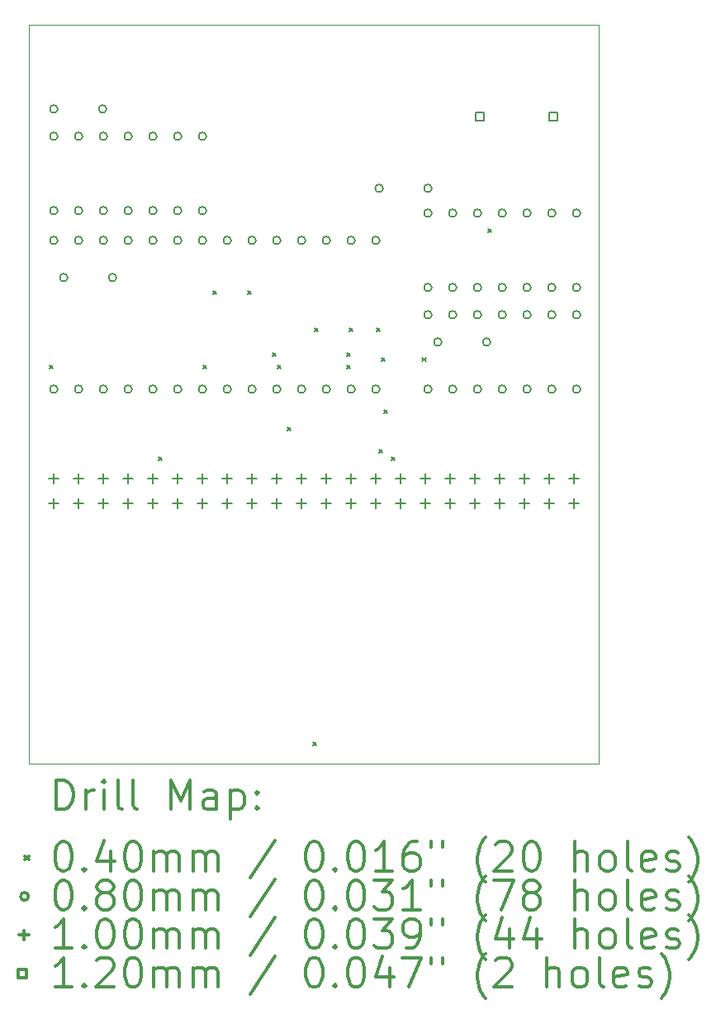
<source format=gbr>
%FSLAX45Y45*%
G04 Gerber Fmt 4.5, Leading zero omitted, Abs format (unit mm)*
G04 Created by KiCad (PCBNEW (5.1.5-0)) date 2022-08-30 11:14:49*
%MOMM*%
%LPD*%
G04 APERTURE LIST*
%TA.AperFunction,Profile*%
%ADD10C,0.100000*%
%TD*%
%ADD11C,0.200000*%
%ADD12C,0.300000*%
G04 APERTURE END LIST*
D10*
X18846800Y-4216400D02*
X18846800Y-11785600D01*
X13004800Y-4216400D02*
X18846800Y-4216400D01*
X13004800Y-11785600D02*
X13004800Y-4216400D01*
X18846800Y-11785600D02*
X13004800Y-11785600D01*
D11*
X13213400Y-7701600D02*
X13253400Y-7741600D01*
X13253400Y-7701600D02*
X13213400Y-7741600D01*
X14331000Y-8641400D02*
X14371000Y-8681400D01*
X14371000Y-8641400D02*
X14331000Y-8681400D01*
X14788200Y-7701600D02*
X14828200Y-7741600D01*
X14828200Y-7701600D02*
X14788200Y-7741600D01*
X14889800Y-6939600D02*
X14929800Y-6979600D01*
X14929800Y-6939600D02*
X14889800Y-6979600D01*
X15245400Y-6939600D02*
X15285400Y-6979600D01*
X15285400Y-6939600D02*
X15245400Y-6979600D01*
X15499400Y-7574600D02*
X15539400Y-7614600D01*
X15539400Y-7574600D02*
X15499400Y-7614600D01*
X15550200Y-7701600D02*
X15590200Y-7741600D01*
X15590200Y-7701600D02*
X15550200Y-7741600D01*
X15651800Y-8336600D02*
X15691800Y-8376600D01*
X15691800Y-8336600D02*
X15651800Y-8376600D01*
X15913110Y-11562400D02*
X15953110Y-11602400D01*
X15953110Y-11562400D02*
X15913110Y-11602400D01*
X15931200Y-7320600D02*
X15971200Y-7360600D01*
X15971200Y-7320600D02*
X15931200Y-7360600D01*
X16261400Y-7574600D02*
X16301400Y-7614600D01*
X16301400Y-7574600D02*
X16261400Y-7614600D01*
X16261400Y-7701600D02*
X16301400Y-7741600D01*
X16301400Y-7701600D02*
X16261400Y-7741600D01*
X16286800Y-7320600D02*
X16326800Y-7360600D01*
X16326800Y-7320600D02*
X16286800Y-7360600D01*
X16566200Y-7320600D02*
X16606200Y-7360600D01*
X16606200Y-7320600D02*
X16566200Y-7360600D01*
X16591600Y-8565200D02*
X16631600Y-8605200D01*
X16631600Y-8565200D02*
X16591600Y-8605200D01*
X16617000Y-7625400D02*
X16657000Y-7665400D01*
X16657000Y-7625400D02*
X16617000Y-7665400D01*
X16642400Y-8158800D02*
X16682400Y-8198800D01*
X16682400Y-8158800D02*
X16642400Y-8198800D01*
X16718600Y-8641400D02*
X16758600Y-8681400D01*
X16758600Y-8641400D02*
X16718600Y-8681400D01*
X17034200Y-7625400D02*
X17074200Y-7665400D01*
X17074200Y-7625400D02*
X17034200Y-7665400D01*
X17709200Y-6304600D02*
X17749200Y-6344600D01*
X17749200Y-6304600D02*
X17709200Y-6344600D01*
X17235800Y-7467600D02*
G75*
G03X17235800Y-7467600I-40000J0D01*
G01*
X17735800Y-7467600D02*
G75*
G03X17735800Y-7467600I-40000J0D01*
G01*
X17134200Y-6146800D02*
G75*
G03X17134200Y-6146800I-40000J0D01*
G01*
X17134200Y-6908800D02*
G75*
G03X17134200Y-6908800I-40000J0D01*
G01*
X17388200Y-6146800D02*
G75*
G03X17388200Y-6146800I-40000J0D01*
G01*
X17388200Y-6908800D02*
G75*
G03X17388200Y-6908800I-40000J0D01*
G01*
X17642200Y-6146800D02*
G75*
G03X17642200Y-6146800I-40000J0D01*
G01*
X17642200Y-6908800D02*
G75*
G03X17642200Y-6908800I-40000J0D01*
G01*
X17896200Y-6146800D02*
G75*
G03X17896200Y-6146800I-40000J0D01*
G01*
X17896200Y-6908800D02*
G75*
G03X17896200Y-6908800I-40000J0D01*
G01*
X18150200Y-6146800D02*
G75*
G03X18150200Y-6146800I-40000J0D01*
G01*
X18150200Y-6908800D02*
G75*
G03X18150200Y-6908800I-40000J0D01*
G01*
X18404200Y-6146800D02*
G75*
G03X18404200Y-6146800I-40000J0D01*
G01*
X18404200Y-6908800D02*
G75*
G03X18404200Y-6908800I-40000J0D01*
G01*
X18658200Y-6146800D02*
G75*
G03X18658200Y-6146800I-40000J0D01*
G01*
X18658200Y-6908800D02*
G75*
G03X18658200Y-6908800I-40000J0D01*
G01*
X13298800Y-5080000D02*
G75*
G03X13298800Y-5080000I-40000J0D01*
G01*
X13798800Y-5080000D02*
G75*
G03X13798800Y-5080000I-40000J0D01*
G01*
X13298800Y-6426200D02*
G75*
G03X13298800Y-6426200I-40000J0D01*
G01*
X13298800Y-7950200D02*
G75*
G03X13298800Y-7950200I-40000J0D01*
G01*
X13552800Y-6426200D02*
G75*
G03X13552800Y-6426200I-40000J0D01*
G01*
X13552800Y-7950200D02*
G75*
G03X13552800Y-7950200I-40000J0D01*
G01*
X13806800Y-6426200D02*
G75*
G03X13806800Y-6426200I-40000J0D01*
G01*
X13806800Y-7950200D02*
G75*
G03X13806800Y-7950200I-40000J0D01*
G01*
X14060800Y-6426200D02*
G75*
G03X14060800Y-6426200I-40000J0D01*
G01*
X14060800Y-7950200D02*
G75*
G03X14060800Y-7950200I-40000J0D01*
G01*
X14314800Y-6426200D02*
G75*
G03X14314800Y-6426200I-40000J0D01*
G01*
X14314800Y-7950200D02*
G75*
G03X14314800Y-7950200I-40000J0D01*
G01*
X14568800Y-6426200D02*
G75*
G03X14568800Y-6426200I-40000J0D01*
G01*
X14568800Y-7950200D02*
G75*
G03X14568800Y-7950200I-40000J0D01*
G01*
X14822800Y-6426200D02*
G75*
G03X14822800Y-6426200I-40000J0D01*
G01*
X14822800Y-7950200D02*
G75*
G03X14822800Y-7950200I-40000J0D01*
G01*
X15076800Y-6426200D02*
G75*
G03X15076800Y-6426200I-40000J0D01*
G01*
X15076800Y-7950200D02*
G75*
G03X15076800Y-7950200I-40000J0D01*
G01*
X15330800Y-6426200D02*
G75*
G03X15330800Y-6426200I-40000J0D01*
G01*
X15330800Y-7950200D02*
G75*
G03X15330800Y-7950200I-40000J0D01*
G01*
X15584800Y-6426200D02*
G75*
G03X15584800Y-6426200I-40000J0D01*
G01*
X15584800Y-7950200D02*
G75*
G03X15584800Y-7950200I-40000J0D01*
G01*
X15838800Y-6426200D02*
G75*
G03X15838800Y-6426200I-40000J0D01*
G01*
X15838800Y-7950200D02*
G75*
G03X15838800Y-7950200I-40000J0D01*
G01*
X16092800Y-6426200D02*
G75*
G03X16092800Y-6426200I-40000J0D01*
G01*
X16092800Y-7950200D02*
G75*
G03X16092800Y-7950200I-40000J0D01*
G01*
X16346800Y-6426200D02*
G75*
G03X16346800Y-6426200I-40000J0D01*
G01*
X16346800Y-7950200D02*
G75*
G03X16346800Y-7950200I-40000J0D01*
G01*
X16600800Y-6426200D02*
G75*
G03X16600800Y-6426200I-40000J0D01*
G01*
X16600800Y-7950200D02*
G75*
G03X16600800Y-7950200I-40000J0D01*
G01*
X16634200Y-5892800D02*
G75*
G03X16634200Y-5892800I-40000J0D01*
G01*
X17134200Y-5892800D02*
G75*
G03X17134200Y-5892800I-40000J0D01*
G01*
X13298800Y-5359400D02*
G75*
G03X13298800Y-5359400I-40000J0D01*
G01*
X13298800Y-6121400D02*
G75*
G03X13298800Y-6121400I-40000J0D01*
G01*
X13552800Y-5359400D02*
G75*
G03X13552800Y-5359400I-40000J0D01*
G01*
X13552800Y-6121400D02*
G75*
G03X13552800Y-6121400I-40000J0D01*
G01*
X13806800Y-5359400D02*
G75*
G03X13806800Y-5359400I-40000J0D01*
G01*
X13806800Y-6121400D02*
G75*
G03X13806800Y-6121400I-40000J0D01*
G01*
X14060800Y-5359400D02*
G75*
G03X14060800Y-5359400I-40000J0D01*
G01*
X14060800Y-6121400D02*
G75*
G03X14060800Y-6121400I-40000J0D01*
G01*
X14314800Y-5359400D02*
G75*
G03X14314800Y-5359400I-40000J0D01*
G01*
X14314800Y-6121400D02*
G75*
G03X14314800Y-6121400I-40000J0D01*
G01*
X14568800Y-5359400D02*
G75*
G03X14568800Y-5359400I-40000J0D01*
G01*
X14568800Y-6121400D02*
G75*
G03X14568800Y-6121400I-40000J0D01*
G01*
X14822800Y-5359400D02*
G75*
G03X14822800Y-5359400I-40000J0D01*
G01*
X14822800Y-6121400D02*
G75*
G03X14822800Y-6121400I-40000J0D01*
G01*
X13400400Y-6807200D02*
G75*
G03X13400400Y-6807200I-40000J0D01*
G01*
X13900400Y-6807200D02*
G75*
G03X13900400Y-6807200I-40000J0D01*
G01*
X17134200Y-7188200D02*
G75*
G03X17134200Y-7188200I-40000J0D01*
G01*
X17134200Y-7950200D02*
G75*
G03X17134200Y-7950200I-40000J0D01*
G01*
X17388200Y-7188200D02*
G75*
G03X17388200Y-7188200I-40000J0D01*
G01*
X17388200Y-7950200D02*
G75*
G03X17388200Y-7950200I-40000J0D01*
G01*
X17642200Y-7188200D02*
G75*
G03X17642200Y-7188200I-40000J0D01*
G01*
X17642200Y-7950200D02*
G75*
G03X17642200Y-7950200I-40000J0D01*
G01*
X17896200Y-7188200D02*
G75*
G03X17896200Y-7188200I-40000J0D01*
G01*
X17896200Y-7950200D02*
G75*
G03X17896200Y-7950200I-40000J0D01*
G01*
X18150200Y-7188200D02*
G75*
G03X18150200Y-7188200I-40000J0D01*
G01*
X18150200Y-7950200D02*
G75*
G03X18150200Y-7950200I-40000J0D01*
G01*
X18404200Y-7188200D02*
G75*
G03X18404200Y-7188200I-40000J0D01*
G01*
X18404200Y-7950200D02*
G75*
G03X18404200Y-7950200I-40000J0D01*
G01*
X18658200Y-7188200D02*
G75*
G03X18658200Y-7188200I-40000J0D01*
G01*
X18658200Y-7950200D02*
G75*
G03X18658200Y-7950200I-40000J0D01*
G01*
X13258800Y-8814600D02*
X13258800Y-8914600D01*
X13208800Y-8864600D02*
X13308800Y-8864600D01*
X13258800Y-9068600D02*
X13258800Y-9168600D01*
X13208800Y-9118600D02*
X13308800Y-9118600D01*
X13512800Y-8814600D02*
X13512800Y-8914600D01*
X13462800Y-8864600D02*
X13562800Y-8864600D01*
X13512800Y-9068600D02*
X13512800Y-9168600D01*
X13462800Y-9118600D02*
X13562800Y-9118600D01*
X13766800Y-8814600D02*
X13766800Y-8914600D01*
X13716800Y-8864600D02*
X13816800Y-8864600D01*
X13766800Y-9068600D02*
X13766800Y-9168600D01*
X13716800Y-9118600D02*
X13816800Y-9118600D01*
X14020800Y-8814600D02*
X14020800Y-8914600D01*
X13970800Y-8864600D02*
X14070800Y-8864600D01*
X14020800Y-9068600D02*
X14020800Y-9168600D01*
X13970800Y-9118600D02*
X14070800Y-9118600D01*
X14274800Y-8814600D02*
X14274800Y-8914600D01*
X14224800Y-8864600D02*
X14324800Y-8864600D01*
X14274800Y-9068600D02*
X14274800Y-9168600D01*
X14224800Y-9118600D02*
X14324800Y-9118600D01*
X14528800Y-8814600D02*
X14528800Y-8914600D01*
X14478800Y-8864600D02*
X14578800Y-8864600D01*
X14528800Y-9068600D02*
X14528800Y-9168600D01*
X14478800Y-9118600D02*
X14578800Y-9118600D01*
X14782800Y-8814600D02*
X14782800Y-8914600D01*
X14732800Y-8864600D02*
X14832800Y-8864600D01*
X14782800Y-9068600D02*
X14782800Y-9168600D01*
X14732800Y-9118600D02*
X14832800Y-9118600D01*
X15036800Y-8814600D02*
X15036800Y-8914600D01*
X14986800Y-8864600D02*
X15086800Y-8864600D01*
X15036800Y-9068600D02*
X15036800Y-9168600D01*
X14986800Y-9118600D02*
X15086800Y-9118600D01*
X15290800Y-8814600D02*
X15290800Y-8914600D01*
X15240800Y-8864600D02*
X15340800Y-8864600D01*
X15290800Y-9068600D02*
X15290800Y-9168600D01*
X15240800Y-9118600D02*
X15340800Y-9118600D01*
X15544800Y-8814600D02*
X15544800Y-8914600D01*
X15494800Y-8864600D02*
X15594800Y-8864600D01*
X15544800Y-9068600D02*
X15544800Y-9168600D01*
X15494800Y-9118600D02*
X15594800Y-9118600D01*
X15798800Y-8814600D02*
X15798800Y-8914600D01*
X15748800Y-8864600D02*
X15848800Y-8864600D01*
X15798800Y-9068600D02*
X15798800Y-9168600D01*
X15748800Y-9118600D02*
X15848800Y-9118600D01*
X16052800Y-8814600D02*
X16052800Y-8914600D01*
X16002800Y-8864600D02*
X16102800Y-8864600D01*
X16052800Y-9068600D02*
X16052800Y-9168600D01*
X16002800Y-9118600D02*
X16102800Y-9118600D01*
X16306800Y-8814600D02*
X16306800Y-8914600D01*
X16256800Y-8864600D02*
X16356800Y-8864600D01*
X16306800Y-9068600D02*
X16306800Y-9168600D01*
X16256800Y-9118600D02*
X16356800Y-9118600D01*
X16560800Y-8814600D02*
X16560800Y-8914600D01*
X16510800Y-8864600D02*
X16610800Y-8864600D01*
X16560800Y-9068600D02*
X16560800Y-9168600D01*
X16510800Y-9118600D02*
X16610800Y-9118600D01*
X16814800Y-8814600D02*
X16814800Y-8914600D01*
X16764800Y-8864600D02*
X16864800Y-8864600D01*
X16814800Y-9068600D02*
X16814800Y-9168600D01*
X16764800Y-9118600D02*
X16864800Y-9118600D01*
X17068800Y-8814600D02*
X17068800Y-8914600D01*
X17018800Y-8864600D02*
X17118800Y-8864600D01*
X17068800Y-9068600D02*
X17068800Y-9168600D01*
X17018800Y-9118600D02*
X17118800Y-9118600D01*
X17322800Y-8814600D02*
X17322800Y-8914600D01*
X17272800Y-8864600D02*
X17372800Y-8864600D01*
X17322800Y-9068600D02*
X17322800Y-9168600D01*
X17272800Y-9118600D02*
X17372800Y-9118600D01*
X17576800Y-8814600D02*
X17576800Y-8914600D01*
X17526800Y-8864600D02*
X17626800Y-8864600D01*
X17576800Y-9068600D02*
X17576800Y-9168600D01*
X17526800Y-9118600D02*
X17626800Y-9118600D01*
X17830800Y-8814600D02*
X17830800Y-8914600D01*
X17780800Y-8864600D02*
X17880800Y-8864600D01*
X17830800Y-9068600D02*
X17830800Y-9168600D01*
X17780800Y-9118600D02*
X17880800Y-9118600D01*
X18084800Y-8814600D02*
X18084800Y-8914600D01*
X18034800Y-8864600D02*
X18134800Y-8864600D01*
X18084800Y-9068600D02*
X18084800Y-9168600D01*
X18034800Y-9118600D02*
X18134800Y-9118600D01*
X18338800Y-8814600D02*
X18338800Y-8914600D01*
X18288800Y-8864600D02*
X18388800Y-8864600D01*
X18338800Y-9068600D02*
X18338800Y-9168600D01*
X18288800Y-9118600D02*
X18388800Y-9118600D01*
X18592800Y-8814600D02*
X18592800Y-8914600D01*
X18542800Y-8864600D02*
X18642800Y-8864600D01*
X18592800Y-9068600D02*
X18592800Y-9168600D01*
X18542800Y-9118600D02*
X18642800Y-9118600D01*
X17670027Y-5198627D02*
X17670027Y-5113773D01*
X17585173Y-5113773D01*
X17585173Y-5198627D01*
X17670027Y-5198627D01*
X18420027Y-5198627D02*
X18420027Y-5113773D01*
X18335173Y-5113773D01*
X18335173Y-5198627D01*
X18420027Y-5198627D01*
D12*
X13286228Y-12256314D02*
X13286228Y-11956314D01*
X13357657Y-11956314D01*
X13400514Y-11970600D01*
X13429086Y-11999171D01*
X13443371Y-12027743D01*
X13457657Y-12084886D01*
X13457657Y-12127743D01*
X13443371Y-12184886D01*
X13429086Y-12213457D01*
X13400514Y-12242029D01*
X13357657Y-12256314D01*
X13286228Y-12256314D01*
X13586228Y-12256314D02*
X13586228Y-12056314D01*
X13586228Y-12113457D02*
X13600514Y-12084886D01*
X13614800Y-12070600D01*
X13643371Y-12056314D01*
X13671943Y-12056314D01*
X13771943Y-12256314D02*
X13771943Y-12056314D01*
X13771943Y-11956314D02*
X13757657Y-11970600D01*
X13771943Y-11984886D01*
X13786228Y-11970600D01*
X13771943Y-11956314D01*
X13771943Y-11984886D01*
X13957657Y-12256314D02*
X13929086Y-12242029D01*
X13914800Y-12213457D01*
X13914800Y-11956314D01*
X14114800Y-12256314D02*
X14086228Y-12242029D01*
X14071943Y-12213457D01*
X14071943Y-11956314D01*
X14457657Y-12256314D02*
X14457657Y-11956314D01*
X14557657Y-12170600D01*
X14657657Y-11956314D01*
X14657657Y-12256314D01*
X14929086Y-12256314D02*
X14929086Y-12099171D01*
X14914800Y-12070600D01*
X14886228Y-12056314D01*
X14829086Y-12056314D01*
X14800514Y-12070600D01*
X14929086Y-12242029D02*
X14900514Y-12256314D01*
X14829086Y-12256314D01*
X14800514Y-12242029D01*
X14786228Y-12213457D01*
X14786228Y-12184886D01*
X14800514Y-12156314D01*
X14829086Y-12142029D01*
X14900514Y-12142029D01*
X14929086Y-12127743D01*
X15071943Y-12056314D02*
X15071943Y-12356314D01*
X15071943Y-12070600D02*
X15100514Y-12056314D01*
X15157657Y-12056314D01*
X15186228Y-12070600D01*
X15200514Y-12084886D01*
X15214800Y-12113457D01*
X15214800Y-12199171D01*
X15200514Y-12227743D01*
X15186228Y-12242029D01*
X15157657Y-12256314D01*
X15100514Y-12256314D01*
X15071943Y-12242029D01*
X15343371Y-12227743D02*
X15357657Y-12242029D01*
X15343371Y-12256314D01*
X15329086Y-12242029D01*
X15343371Y-12227743D01*
X15343371Y-12256314D01*
X15343371Y-12070600D02*
X15357657Y-12084886D01*
X15343371Y-12099171D01*
X15329086Y-12084886D01*
X15343371Y-12070600D01*
X15343371Y-12099171D01*
X12959800Y-12730600D02*
X12999800Y-12770600D01*
X12999800Y-12730600D02*
X12959800Y-12770600D01*
X13343371Y-12586314D02*
X13371943Y-12586314D01*
X13400514Y-12600600D01*
X13414800Y-12614886D01*
X13429086Y-12643457D01*
X13443371Y-12700600D01*
X13443371Y-12772029D01*
X13429086Y-12829171D01*
X13414800Y-12857743D01*
X13400514Y-12872029D01*
X13371943Y-12886314D01*
X13343371Y-12886314D01*
X13314800Y-12872029D01*
X13300514Y-12857743D01*
X13286228Y-12829171D01*
X13271943Y-12772029D01*
X13271943Y-12700600D01*
X13286228Y-12643457D01*
X13300514Y-12614886D01*
X13314800Y-12600600D01*
X13343371Y-12586314D01*
X13571943Y-12857743D02*
X13586228Y-12872029D01*
X13571943Y-12886314D01*
X13557657Y-12872029D01*
X13571943Y-12857743D01*
X13571943Y-12886314D01*
X13843371Y-12686314D02*
X13843371Y-12886314D01*
X13771943Y-12572029D02*
X13700514Y-12786314D01*
X13886228Y-12786314D01*
X14057657Y-12586314D02*
X14086228Y-12586314D01*
X14114800Y-12600600D01*
X14129086Y-12614886D01*
X14143371Y-12643457D01*
X14157657Y-12700600D01*
X14157657Y-12772029D01*
X14143371Y-12829171D01*
X14129086Y-12857743D01*
X14114800Y-12872029D01*
X14086228Y-12886314D01*
X14057657Y-12886314D01*
X14029086Y-12872029D01*
X14014800Y-12857743D01*
X14000514Y-12829171D01*
X13986228Y-12772029D01*
X13986228Y-12700600D01*
X14000514Y-12643457D01*
X14014800Y-12614886D01*
X14029086Y-12600600D01*
X14057657Y-12586314D01*
X14286228Y-12886314D02*
X14286228Y-12686314D01*
X14286228Y-12714886D02*
X14300514Y-12700600D01*
X14329086Y-12686314D01*
X14371943Y-12686314D01*
X14400514Y-12700600D01*
X14414800Y-12729171D01*
X14414800Y-12886314D01*
X14414800Y-12729171D02*
X14429086Y-12700600D01*
X14457657Y-12686314D01*
X14500514Y-12686314D01*
X14529086Y-12700600D01*
X14543371Y-12729171D01*
X14543371Y-12886314D01*
X14686228Y-12886314D02*
X14686228Y-12686314D01*
X14686228Y-12714886D02*
X14700514Y-12700600D01*
X14729086Y-12686314D01*
X14771943Y-12686314D01*
X14800514Y-12700600D01*
X14814800Y-12729171D01*
X14814800Y-12886314D01*
X14814800Y-12729171D02*
X14829086Y-12700600D01*
X14857657Y-12686314D01*
X14900514Y-12686314D01*
X14929086Y-12700600D01*
X14943371Y-12729171D01*
X14943371Y-12886314D01*
X15529086Y-12572029D02*
X15271943Y-12957743D01*
X15914800Y-12586314D02*
X15943371Y-12586314D01*
X15971943Y-12600600D01*
X15986228Y-12614886D01*
X16000514Y-12643457D01*
X16014800Y-12700600D01*
X16014800Y-12772029D01*
X16000514Y-12829171D01*
X15986228Y-12857743D01*
X15971943Y-12872029D01*
X15943371Y-12886314D01*
X15914800Y-12886314D01*
X15886228Y-12872029D01*
X15871943Y-12857743D01*
X15857657Y-12829171D01*
X15843371Y-12772029D01*
X15843371Y-12700600D01*
X15857657Y-12643457D01*
X15871943Y-12614886D01*
X15886228Y-12600600D01*
X15914800Y-12586314D01*
X16143371Y-12857743D02*
X16157657Y-12872029D01*
X16143371Y-12886314D01*
X16129086Y-12872029D01*
X16143371Y-12857743D01*
X16143371Y-12886314D01*
X16343371Y-12586314D02*
X16371943Y-12586314D01*
X16400514Y-12600600D01*
X16414800Y-12614886D01*
X16429086Y-12643457D01*
X16443371Y-12700600D01*
X16443371Y-12772029D01*
X16429086Y-12829171D01*
X16414800Y-12857743D01*
X16400514Y-12872029D01*
X16371943Y-12886314D01*
X16343371Y-12886314D01*
X16314800Y-12872029D01*
X16300514Y-12857743D01*
X16286228Y-12829171D01*
X16271943Y-12772029D01*
X16271943Y-12700600D01*
X16286228Y-12643457D01*
X16300514Y-12614886D01*
X16314800Y-12600600D01*
X16343371Y-12586314D01*
X16729086Y-12886314D02*
X16557657Y-12886314D01*
X16643371Y-12886314D02*
X16643371Y-12586314D01*
X16614800Y-12629171D01*
X16586228Y-12657743D01*
X16557657Y-12672029D01*
X16986228Y-12586314D02*
X16929086Y-12586314D01*
X16900514Y-12600600D01*
X16886228Y-12614886D01*
X16857657Y-12657743D01*
X16843371Y-12714886D01*
X16843371Y-12829171D01*
X16857657Y-12857743D01*
X16871943Y-12872029D01*
X16900514Y-12886314D01*
X16957657Y-12886314D01*
X16986228Y-12872029D01*
X17000514Y-12857743D01*
X17014800Y-12829171D01*
X17014800Y-12757743D01*
X17000514Y-12729171D01*
X16986228Y-12714886D01*
X16957657Y-12700600D01*
X16900514Y-12700600D01*
X16871943Y-12714886D01*
X16857657Y-12729171D01*
X16843371Y-12757743D01*
X17129086Y-12586314D02*
X17129086Y-12643457D01*
X17243371Y-12586314D02*
X17243371Y-12643457D01*
X17686228Y-13000600D02*
X17671943Y-12986314D01*
X17643371Y-12943457D01*
X17629086Y-12914886D01*
X17614800Y-12872029D01*
X17600514Y-12800600D01*
X17600514Y-12743457D01*
X17614800Y-12672029D01*
X17629086Y-12629171D01*
X17643371Y-12600600D01*
X17671943Y-12557743D01*
X17686228Y-12543457D01*
X17786228Y-12614886D02*
X17800514Y-12600600D01*
X17829086Y-12586314D01*
X17900514Y-12586314D01*
X17929086Y-12600600D01*
X17943371Y-12614886D01*
X17957657Y-12643457D01*
X17957657Y-12672029D01*
X17943371Y-12714886D01*
X17771943Y-12886314D01*
X17957657Y-12886314D01*
X18143371Y-12586314D02*
X18171943Y-12586314D01*
X18200514Y-12600600D01*
X18214800Y-12614886D01*
X18229086Y-12643457D01*
X18243371Y-12700600D01*
X18243371Y-12772029D01*
X18229086Y-12829171D01*
X18214800Y-12857743D01*
X18200514Y-12872029D01*
X18171943Y-12886314D01*
X18143371Y-12886314D01*
X18114800Y-12872029D01*
X18100514Y-12857743D01*
X18086228Y-12829171D01*
X18071943Y-12772029D01*
X18071943Y-12700600D01*
X18086228Y-12643457D01*
X18100514Y-12614886D01*
X18114800Y-12600600D01*
X18143371Y-12586314D01*
X18600514Y-12886314D02*
X18600514Y-12586314D01*
X18729086Y-12886314D02*
X18729086Y-12729171D01*
X18714800Y-12700600D01*
X18686228Y-12686314D01*
X18643371Y-12686314D01*
X18614800Y-12700600D01*
X18600514Y-12714886D01*
X18914800Y-12886314D02*
X18886228Y-12872029D01*
X18871943Y-12857743D01*
X18857657Y-12829171D01*
X18857657Y-12743457D01*
X18871943Y-12714886D01*
X18886228Y-12700600D01*
X18914800Y-12686314D01*
X18957657Y-12686314D01*
X18986228Y-12700600D01*
X19000514Y-12714886D01*
X19014800Y-12743457D01*
X19014800Y-12829171D01*
X19000514Y-12857743D01*
X18986228Y-12872029D01*
X18957657Y-12886314D01*
X18914800Y-12886314D01*
X19186228Y-12886314D02*
X19157657Y-12872029D01*
X19143371Y-12843457D01*
X19143371Y-12586314D01*
X19414800Y-12872029D02*
X19386228Y-12886314D01*
X19329086Y-12886314D01*
X19300514Y-12872029D01*
X19286228Y-12843457D01*
X19286228Y-12729171D01*
X19300514Y-12700600D01*
X19329086Y-12686314D01*
X19386228Y-12686314D01*
X19414800Y-12700600D01*
X19429086Y-12729171D01*
X19429086Y-12757743D01*
X19286228Y-12786314D01*
X19543371Y-12872029D02*
X19571943Y-12886314D01*
X19629086Y-12886314D01*
X19657657Y-12872029D01*
X19671943Y-12843457D01*
X19671943Y-12829171D01*
X19657657Y-12800600D01*
X19629086Y-12786314D01*
X19586228Y-12786314D01*
X19557657Y-12772029D01*
X19543371Y-12743457D01*
X19543371Y-12729171D01*
X19557657Y-12700600D01*
X19586228Y-12686314D01*
X19629086Y-12686314D01*
X19657657Y-12700600D01*
X19771943Y-13000600D02*
X19786228Y-12986314D01*
X19814800Y-12943457D01*
X19829086Y-12914886D01*
X19843371Y-12872029D01*
X19857657Y-12800600D01*
X19857657Y-12743457D01*
X19843371Y-12672029D01*
X19829086Y-12629171D01*
X19814800Y-12600600D01*
X19786228Y-12557743D01*
X19771943Y-12543457D01*
X12999800Y-13146600D02*
G75*
G03X12999800Y-13146600I-40000J0D01*
G01*
X13343371Y-12982314D02*
X13371943Y-12982314D01*
X13400514Y-12996600D01*
X13414800Y-13010886D01*
X13429086Y-13039457D01*
X13443371Y-13096600D01*
X13443371Y-13168029D01*
X13429086Y-13225171D01*
X13414800Y-13253743D01*
X13400514Y-13268029D01*
X13371943Y-13282314D01*
X13343371Y-13282314D01*
X13314800Y-13268029D01*
X13300514Y-13253743D01*
X13286228Y-13225171D01*
X13271943Y-13168029D01*
X13271943Y-13096600D01*
X13286228Y-13039457D01*
X13300514Y-13010886D01*
X13314800Y-12996600D01*
X13343371Y-12982314D01*
X13571943Y-13253743D02*
X13586228Y-13268029D01*
X13571943Y-13282314D01*
X13557657Y-13268029D01*
X13571943Y-13253743D01*
X13571943Y-13282314D01*
X13757657Y-13110886D02*
X13729086Y-13096600D01*
X13714800Y-13082314D01*
X13700514Y-13053743D01*
X13700514Y-13039457D01*
X13714800Y-13010886D01*
X13729086Y-12996600D01*
X13757657Y-12982314D01*
X13814800Y-12982314D01*
X13843371Y-12996600D01*
X13857657Y-13010886D01*
X13871943Y-13039457D01*
X13871943Y-13053743D01*
X13857657Y-13082314D01*
X13843371Y-13096600D01*
X13814800Y-13110886D01*
X13757657Y-13110886D01*
X13729086Y-13125171D01*
X13714800Y-13139457D01*
X13700514Y-13168029D01*
X13700514Y-13225171D01*
X13714800Y-13253743D01*
X13729086Y-13268029D01*
X13757657Y-13282314D01*
X13814800Y-13282314D01*
X13843371Y-13268029D01*
X13857657Y-13253743D01*
X13871943Y-13225171D01*
X13871943Y-13168029D01*
X13857657Y-13139457D01*
X13843371Y-13125171D01*
X13814800Y-13110886D01*
X14057657Y-12982314D02*
X14086228Y-12982314D01*
X14114800Y-12996600D01*
X14129086Y-13010886D01*
X14143371Y-13039457D01*
X14157657Y-13096600D01*
X14157657Y-13168029D01*
X14143371Y-13225171D01*
X14129086Y-13253743D01*
X14114800Y-13268029D01*
X14086228Y-13282314D01*
X14057657Y-13282314D01*
X14029086Y-13268029D01*
X14014800Y-13253743D01*
X14000514Y-13225171D01*
X13986228Y-13168029D01*
X13986228Y-13096600D01*
X14000514Y-13039457D01*
X14014800Y-13010886D01*
X14029086Y-12996600D01*
X14057657Y-12982314D01*
X14286228Y-13282314D02*
X14286228Y-13082314D01*
X14286228Y-13110886D02*
X14300514Y-13096600D01*
X14329086Y-13082314D01*
X14371943Y-13082314D01*
X14400514Y-13096600D01*
X14414800Y-13125171D01*
X14414800Y-13282314D01*
X14414800Y-13125171D02*
X14429086Y-13096600D01*
X14457657Y-13082314D01*
X14500514Y-13082314D01*
X14529086Y-13096600D01*
X14543371Y-13125171D01*
X14543371Y-13282314D01*
X14686228Y-13282314D02*
X14686228Y-13082314D01*
X14686228Y-13110886D02*
X14700514Y-13096600D01*
X14729086Y-13082314D01*
X14771943Y-13082314D01*
X14800514Y-13096600D01*
X14814800Y-13125171D01*
X14814800Y-13282314D01*
X14814800Y-13125171D02*
X14829086Y-13096600D01*
X14857657Y-13082314D01*
X14900514Y-13082314D01*
X14929086Y-13096600D01*
X14943371Y-13125171D01*
X14943371Y-13282314D01*
X15529086Y-12968029D02*
X15271943Y-13353743D01*
X15914800Y-12982314D02*
X15943371Y-12982314D01*
X15971943Y-12996600D01*
X15986228Y-13010886D01*
X16000514Y-13039457D01*
X16014800Y-13096600D01*
X16014800Y-13168029D01*
X16000514Y-13225171D01*
X15986228Y-13253743D01*
X15971943Y-13268029D01*
X15943371Y-13282314D01*
X15914800Y-13282314D01*
X15886228Y-13268029D01*
X15871943Y-13253743D01*
X15857657Y-13225171D01*
X15843371Y-13168029D01*
X15843371Y-13096600D01*
X15857657Y-13039457D01*
X15871943Y-13010886D01*
X15886228Y-12996600D01*
X15914800Y-12982314D01*
X16143371Y-13253743D02*
X16157657Y-13268029D01*
X16143371Y-13282314D01*
X16129086Y-13268029D01*
X16143371Y-13253743D01*
X16143371Y-13282314D01*
X16343371Y-12982314D02*
X16371943Y-12982314D01*
X16400514Y-12996600D01*
X16414800Y-13010886D01*
X16429086Y-13039457D01*
X16443371Y-13096600D01*
X16443371Y-13168029D01*
X16429086Y-13225171D01*
X16414800Y-13253743D01*
X16400514Y-13268029D01*
X16371943Y-13282314D01*
X16343371Y-13282314D01*
X16314800Y-13268029D01*
X16300514Y-13253743D01*
X16286228Y-13225171D01*
X16271943Y-13168029D01*
X16271943Y-13096600D01*
X16286228Y-13039457D01*
X16300514Y-13010886D01*
X16314800Y-12996600D01*
X16343371Y-12982314D01*
X16543371Y-12982314D02*
X16729086Y-12982314D01*
X16629086Y-13096600D01*
X16671943Y-13096600D01*
X16700514Y-13110886D01*
X16714800Y-13125171D01*
X16729086Y-13153743D01*
X16729086Y-13225171D01*
X16714800Y-13253743D01*
X16700514Y-13268029D01*
X16671943Y-13282314D01*
X16586228Y-13282314D01*
X16557657Y-13268029D01*
X16543371Y-13253743D01*
X17014800Y-13282314D02*
X16843371Y-13282314D01*
X16929086Y-13282314D02*
X16929086Y-12982314D01*
X16900514Y-13025171D01*
X16871943Y-13053743D01*
X16843371Y-13068029D01*
X17129086Y-12982314D02*
X17129086Y-13039457D01*
X17243371Y-12982314D02*
X17243371Y-13039457D01*
X17686228Y-13396600D02*
X17671943Y-13382314D01*
X17643371Y-13339457D01*
X17629086Y-13310886D01*
X17614800Y-13268029D01*
X17600514Y-13196600D01*
X17600514Y-13139457D01*
X17614800Y-13068029D01*
X17629086Y-13025171D01*
X17643371Y-12996600D01*
X17671943Y-12953743D01*
X17686228Y-12939457D01*
X17771943Y-12982314D02*
X17971943Y-12982314D01*
X17843371Y-13282314D01*
X18129086Y-13110886D02*
X18100514Y-13096600D01*
X18086228Y-13082314D01*
X18071943Y-13053743D01*
X18071943Y-13039457D01*
X18086228Y-13010886D01*
X18100514Y-12996600D01*
X18129086Y-12982314D01*
X18186228Y-12982314D01*
X18214800Y-12996600D01*
X18229086Y-13010886D01*
X18243371Y-13039457D01*
X18243371Y-13053743D01*
X18229086Y-13082314D01*
X18214800Y-13096600D01*
X18186228Y-13110886D01*
X18129086Y-13110886D01*
X18100514Y-13125171D01*
X18086228Y-13139457D01*
X18071943Y-13168029D01*
X18071943Y-13225171D01*
X18086228Y-13253743D01*
X18100514Y-13268029D01*
X18129086Y-13282314D01*
X18186228Y-13282314D01*
X18214800Y-13268029D01*
X18229086Y-13253743D01*
X18243371Y-13225171D01*
X18243371Y-13168029D01*
X18229086Y-13139457D01*
X18214800Y-13125171D01*
X18186228Y-13110886D01*
X18600514Y-13282314D02*
X18600514Y-12982314D01*
X18729086Y-13282314D02*
X18729086Y-13125171D01*
X18714800Y-13096600D01*
X18686228Y-13082314D01*
X18643371Y-13082314D01*
X18614800Y-13096600D01*
X18600514Y-13110886D01*
X18914800Y-13282314D02*
X18886228Y-13268029D01*
X18871943Y-13253743D01*
X18857657Y-13225171D01*
X18857657Y-13139457D01*
X18871943Y-13110886D01*
X18886228Y-13096600D01*
X18914800Y-13082314D01*
X18957657Y-13082314D01*
X18986228Y-13096600D01*
X19000514Y-13110886D01*
X19014800Y-13139457D01*
X19014800Y-13225171D01*
X19000514Y-13253743D01*
X18986228Y-13268029D01*
X18957657Y-13282314D01*
X18914800Y-13282314D01*
X19186228Y-13282314D02*
X19157657Y-13268029D01*
X19143371Y-13239457D01*
X19143371Y-12982314D01*
X19414800Y-13268029D02*
X19386228Y-13282314D01*
X19329086Y-13282314D01*
X19300514Y-13268029D01*
X19286228Y-13239457D01*
X19286228Y-13125171D01*
X19300514Y-13096600D01*
X19329086Y-13082314D01*
X19386228Y-13082314D01*
X19414800Y-13096600D01*
X19429086Y-13125171D01*
X19429086Y-13153743D01*
X19286228Y-13182314D01*
X19543371Y-13268029D02*
X19571943Y-13282314D01*
X19629086Y-13282314D01*
X19657657Y-13268029D01*
X19671943Y-13239457D01*
X19671943Y-13225171D01*
X19657657Y-13196600D01*
X19629086Y-13182314D01*
X19586228Y-13182314D01*
X19557657Y-13168029D01*
X19543371Y-13139457D01*
X19543371Y-13125171D01*
X19557657Y-13096600D01*
X19586228Y-13082314D01*
X19629086Y-13082314D01*
X19657657Y-13096600D01*
X19771943Y-13396600D02*
X19786228Y-13382314D01*
X19814800Y-13339457D01*
X19829086Y-13310886D01*
X19843371Y-13268029D01*
X19857657Y-13196600D01*
X19857657Y-13139457D01*
X19843371Y-13068029D01*
X19829086Y-13025171D01*
X19814800Y-12996600D01*
X19786228Y-12953743D01*
X19771943Y-12939457D01*
X12949800Y-13492600D02*
X12949800Y-13592600D01*
X12899800Y-13542600D02*
X12999800Y-13542600D01*
X13443371Y-13678314D02*
X13271943Y-13678314D01*
X13357657Y-13678314D02*
X13357657Y-13378314D01*
X13329086Y-13421171D01*
X13300514Y-13449743D01*
X13271943Y-13464029D01*
X13571943Y-13649743D02*
X13586228Y-13664029D01*
X13571943Y-13678314D01*
X13557657Y-13664029D01*
X13571943Y-13649743D01*
X13571943Y-13678314D01*
X13771943Y-13378314D02*
X13800514Y-13378314D01*
X13829086Y-13392600D01*
X13843371Y-13406886D01*
X13857657Y-13435457D01*
X13871943Y-13492600D01*
X13871943Y-13564029D01*
X13857657Y-13621171D01*
X13843371Y-13649743D01*
X13829086Y-13664029D01*
X13800514Y-13678314D01*
X13771943Y-13678314D01*
X13743371Y-13664029D01*
X13729086Y-13649743D01*
X13714800Y-13621171D01*
X13700514Y-13564029D01*
X13700514Y-13492600D01*
X13714800Y-13435457D01*
X13729086Y-13406886D01*
X13743371Y-13392600D01*
X13771943Y-13378314D01*
X14057657Y-13378314D02*
X14086228Y-13378314D01*
X14114800Y-13392600D01*
X14129086Y-13406886D01*
X14143371Y-13435457D01*
X14157657Y-13492600D01*
X14157657Y-13564029D01*
X14143371Y-13621171D01*
X14129086Y-13649743D01*
X14114800Y-13664029D01*
X14086228Y-13678314D01*
X14057657Y-13678314D01*
X14029086Y-13664029D01*
X14014800Y-13649743D01*
X14000514Y-13621171D01*
X13986228Y-13564029D01*
X13986228Y-13492600D01*
X14000514Y-13435457D01*
X14014800Y-13406886D01*
X14029086Y-13392600D01*
X14057657Y-13378314D01*
X14286228Y-13678314D02*
X14286228Y-13478314D01*
X14286228Y-13506886D02*
X14300514Y-13492600D01*
X14329086Y-13478314D01*
X14371943Y-13478314D01*
X14400514Y-13492600D01*
X14414800Y-13521171D01*
X14414800Y-13678314D01*
X14414800Y-13521171D02*
X14429086Y-13492600D01*
X14457657Y-13478314D01*
X14500514Y-13478314D01*
X14529086Y-13492600D01*
X14543371Y-13521171D01*
X14543371Y-13678314D01*
X14686228Y-13678314D02*
X14686228Y-13478314D01*
X14686228Y-13506886D02*
X14700514Y-13492600D01*
X14729086Y-13478314D01*
X14771943Y-13478314D01*
X14800514Y-13492600D01*
X14814800Y-13521171D01*
X14814800Y-13678314D01*
X14814800Y-13521171D02*
X14829086Y-13492600D01*
X14857657Y-13478314D01*
X14900514Y-13478314D01*
X14929086Y-13492600D01*
X14943371Y-13521171D01*
X14943371Y-13678314D01*
X15529086Y-13364029D02*
X15271943Y-13749743D01*
X15914800Y-13378314D02*
X15943371Y-13378314D01*
X15971943Y-13392600D01*
X15986228Y-13406886D01*
X16000514Y-13435457D01*
X16014800Y-13492600D01*
X16014800Y-13564029D01*
X16000514Y-13621171D01*
X15986228Y-13649743D01*
X15971943Y-13664029D01*
X15943371Y-13678314D01*
X15914800Y-13678314D01*
X15886228Y-13664029D01*
X15871943Y-13649743D01*
X15857657Y-13621171D01*
X15843371Y-13564029D01*
X15843371Y-13492600D01*
X15857657Y-13435457D01*
X15871943Y-13406886D01*
X15886228Y-13392600D01*
X15914800Y-13378314D01*
X16143371Y-13649743D02*
X16157657Y-13664029D01*
X16143371Y-13678314D01*
X16129086Y-13664029D01*
X16143371Y-13649743D01*
X16143371Y-13678314D01*
X16343371Y-13378314D02*
X16371943Y-13378314D01*
X16400514Y-13392600D01*
X16414800Y-13406886D01*
X16429086Y-13435457D01*
X16443371Y-13492600D01*
X16443371Y-13564029D01*
X16429086Y-13621171D01*
X16414800Y-13649743D01*
X16400514Y-13664029D01*
X16371943Y-13678314D01*
X16343371Y-13678314D01*
X16314800Y-13664029D01*
X16300514Y-13649743D01*
X16286228Y-13621171D01*
X16271943Y-13564029D01*
X16271943Y-13492600D01*
X16286228Y-13435457D01*
X16300514Y-13406886D01*
X16314800Y-13392600D01*
X16343371Y-13378314D01*
X16543371Y-13378314D02*
X16729086Y-13378314D01*
X16629086Y-13492600D01*
X16671943Y-13492600D01*
X16700514Y-13506886D01*
X16714800Y-13521171D01*
X16729086Y-13549743D01*
X16729086Y-13621171D01*
X16714800Y-13649743D01*
X16700514Y-13664029D01*
X16671943Y-13678314D01*
X16586228Y-13678314D01*
X16557657Y-13664029D01*
X16543371Y-13649743D01*
X16871943Y-13678314D02*
X16929086Y-13678314D01*
X16957657Y-13664029D01*
X16971943Y-13649743D01*
X17000514Y-13606886D01*
X17014800Y-13549743D01*
X17014800Y-13435457D01*
X17000514Y-13406886D01*
X16986228Y-13392600D01*
X16957657Y-13378314D01*
X16900514Y-13378314D01*
X16871943Y-13392600D01*
X16857657Y-13406886D01*
X16843371Y-13435457D01*
X16843371Y-13506886D01*
X16857657Y-13535457D01*
X16871943Y-13549743D01*
X16900514Y-13564029D01*
X16957657Y-13564029D01*
X16986228Y-13549743D01*
X17000514Y-13535457D01*
X17014800Y-13506886D01*
X17129086Y-13378314D02*
X17129086Y-13435457D01*
X17243371Y-13378314D02*
X17243371Y-13435457D01*
X17686228Y-13792600D02*
X17671943Y-13778314D01*
X17643371Y-13735457D01*
X17629086Y-13706886D01*
X17614800Y-13664029D01*
X17600514Y-13592600D01*
X17600514Y-13535457D01*
X17614800Y-13464029D01*
X17629086Y-13421171D01*
X17643371Y-13392600D01*
X17671943Y-13349743D01*
X17686228Y-13335457D01*
X17929086Y-13478314D02*
X17929086Y-13678314D01*
X17857657Y-13364029D02*
X17786228Y-13578314D01*
X17971943Y-13578314D01*
X18214800Y-13478314D02*
X18214800Y-13678314D01*
X18143371Y-13364029D02*
X18071943Y-13578314D01*
X18257657Y-13578314D01*
X18600514Y-13678314D02*
X18600514Y-13378314D01*
X18729086Y-13678314D02*
X18729086Y-13521171D01*
X18714800Y-13492600D01*
X18686228Y-13478314D01*
X18643371Y-13478314D01*
X18614800Y-13492600D01*
X18600514Y-13506886D01*
X18914800Y-13678314D02*
X18886228Y-13664029D01*
X18871943Y-13649743D01*
X18857657Y-13621171D01*
X18857657Y-13535457D01*
X18871943Y-13506886D01*
X18886228Y-13492600D01*
X18914800Y-13478314D01*
X18957657Y-13478314D01*
X18986228Y-13492600D01*
X19000514Y-13506886D01*
X19014800Y-13535457D01*
X19014800Y-13621171D01*
X19000514Y-13649743D01*
X18986228Y-13664029D01*
X18957657Y-13678314D01*
X18914800Y-13678314D01*
X19186228Y-13678314D02*
X19157657Y-13664029D01*
X19143371Y-13635457D01*
X19143371Y-13378314D01*
X19414800Y-13664029D02*
X19386228Y-13678314D01*
X19329086Y-13678314D01*
X19300514Y-13664029D01*
X19286228Y-13635457D01*
X19286228Y-13521171D01*
X19300514Y-13492600D01*
X19329086Y-13478314D01*
X19386228Y-13478314D01*
X19414800Y-13492600D01*
X19429086Y-13521171D01*
X19429086Y-13549743D01*
X19286228Y-13578314D01*
X19543371Y-13664029D02*
X19571943Y-13678314D01*
X19629086Y-13678314D01*
X19657657Y-13664029D01*
X19671943Y-13635457D01*
X19671943Y-13621171D01*
X19657657Y-13592600D01*
X19629086Y-13578314D01*
X19586228Y-13578314D01*
X19557657Y-13564029D01*
X19543371Y-13535457D01*
X19543371Y-13521171D01*
X19557657Y-13492600D01*
X19586228Y-13478314D01*
X19629086Y-13478314D01*
X19657657Y-13492600D01*
X19771943Y-13792600D02*
X19786228Y-13778314D01*
X19814800Y-13735457D01*
X19829086Y-13706886D01*
X19843371Y-13664029D01*
X19857657Y-13592600D01*
X19857657Y-13535457D01*
X19843371Y-13464029D01*
X19829086Y-13421171D01*
X19814800Y-13392600D01*
X19786228Y-13349743D01*
X19771943Y-13335457D01*
X12982227Y-13981027D02*
X12982227Y-13896173D01*
X12897373Y-13896173D01*
X12897373Y-13981027D01*
X12982227Y-13981027D01*
X13443371Y-14074314D02*
X13271943Y-14074314D01*
X13357657Y-14074314D02*
X13357657Y-13774314D01*
X13329086Y-13817171D01*
X13300514Y-13845743D01*
X13271943Y-13860029D01*
X13571943Y-14045743D02*
X13586228Y-14060029D01*
X13571943Y-14074314D01*
X13557657Y-14060029D01*
X13571943Y-14045743D01*
X13571943Y-14074314D01*
X13700514Y-13802886D02*
X13714800Y-13788600D01*
X13743371Y-13774314D01*
X13814800Y-13774314D01*
X13843371Y-13788600D01*
X13857657Y-13802886D01*
X13871943Y-13831457D01*
X13871943Y-13860029D01*
X13857657Y-13902886D01*
X13686228Y-14074314D01*
X13871943Y-14074314D01*
X14057657Y-13774314D02*
X14086228Y-13774314D01*
X14114800Y-13788600D01*
X14129086Y-13802886D01*
X14143371Y-13831457D01*
X14157657Y-13888600D01*
X14157657Y-13960029D01*
X14143371Y-14017171D01*
X14129086Y-14045743D01*
X14114800Y-14060029D01*
X14086228Y-14074314D01*
X14057657Y-14074314D01*
X14029086Y-14060029D01*
X14014800Y-14045743D01*
X14000514Y-14017171D01*
X13986228Y-13960029D01*
X13986228Y-13888600D01*
X14000514Y-13831457D01*
X14014800Y-13802886D01*
X14029086Y-13788600D01*
X14057657Y-13774314D01*
X14286228Y-14074314D02*
X14286228Y-13874314D01*
X14286228Y-13902886D02*
X14300514Y-13888600D01*
X14329086Y-13874314D01*
X14371943Y-13874314D01*
X14400514Y-13888600D01*
X14414800Y-13917171D01*
X14414800Y-14074314D01*
X14414800Y-13917171D02*
X14429086Y-13888600D01*
X14457657Y-13874314D01*
X14500514Y-13874314D01*
X14529086Y-13888600D01*
X14543371Y-13917171D01*
X14543371Y-14074314D01*
X14686228Y-14074314D02*
X14686228Y-13874314D01*
X14686228Y-13902886D02*
X14700514Y-13888600D01*
X14729086Y-13874314D01*
X14771943Y-13874314D01*
X14800514Y-13888600D01*
X14814800Y-13917171D01*
X14814800Y-14074314D01*
X14814800Y-13917171D02*
X14829086Y-13888600D01*
X14857657Y-13874314D01*
X14900514Y-13874314D01*
X14929086Y-13888600D01*
X14943371Y-13917171D01*
X14943371Y-14074314D01*
X15529086Y-13760029D02*
X15271943Y-14145743D01*
X15914800Y-13774314D02*
X15943371Y-13774314D01*
X15971943Y-13788600D01*
X15986228Y-13802886D01*
X16000514Y-13831457D01*
X16014800Y-13888600D01*
X16014800Y-13960029D01*
X16000514Y-14017171D01*
X15986228Y-14045743D01*
X15971943Y-14060029D01*
X15943371Y-14074314D01*
X15914800Y-14074314D01*
X15886228Y-14060029D01*
X15871943Y-14045743D01*
X15857657Y-14017171D01*
X15843371Y-13960029D01*
X15843371Y-13888600D01*
X15857657Y-13831457D01*
X15871943Y-13802886D01*
X15886228Y-13788600D01*
X15914800Y-13774314D01*
X16143371Y-14045743D02*
X16157657Y-14060029D01*
X16143371Y-14074314D01*
X16129086Y-14060029D01*
X16143371Y-14045743D01*
X16143371Y-14074314D01*
X16343371Y-13774314D02*
X16371943Y-13774314D01*
X16400514Y-13788600D01*
X16414800Y-13802886D01*
X16429086Y-13831457D01*
X16443371Y-13888600D01*
X16443371Y-13960029D01*
X16429086Y-14017171D01*
X16414800Y-14045743D01*
X16400514Y-14060029D01*
X16371943Y-14074314D01*
X16343371Y-14074314D01*
X16314800Y-14060029D01*
X16300514Y-14045743D01*
X16286228Y-14017171D01*
X16271943Y-13960029D01*
X16271943Y-13888600D01*
X16286228Y-13831457D01*
X16300514Y-13802886D01*
X16314800Y-13788600D01*
X16343371Y-13774314D01*
X16700514Y-13874314D02*
X16700514Y-14074314D01*
X16629086Y-13760029D02*
X16557657Y-13974314D01*
X16743371Y-13974314D01*
X16829086Y-13774314D02*
X17029086Y-13774314D01*
X16900514Y-14074314D01*
X17129086Y-13774314D02*
X17129086Y-13831457D01*
X17243371Y-13774314D02*
X17243371Y-13831457D01*
X17686228Y-14188600D02*
X17671943Y-14174314D01*
X17643371Y-14131457D01*
X17629086Y-14102886D01*
X17614800Y-14060029D01*
X17600514Y-13988600D01*
X17600514Y-13931457D01*
X17614800Y-13860029D01*
X17629086Y-13817171D01*
X17643371Y-13788600D01*
X17671943Y-13745743D01*
X17686228Y-13731457D01*
X17786228Y-13802886D02*
X17800514Y-13788600D01*
X17829086Y-13774314D01*
X17900514Y-13774314D01*
X17929086Y-13788600D01*
X17943371Y-13802886D01*
X17957657Y-13831457D01*
X17957657Y-13860029D01*
X17943371Y-13902886D01*
X17771943Y-14074314D01*
X17957657Y-14074314D01*
X18314800Y-14074314D02*
X18314800Y-13774314D01*
X18443371Y-14074314D02*
X18443371Y-13917171D01*
X18429086Y-13888600D01*
X18400514Y-13874314D01*
X18357657Y-13874314D01*
X18329086Y-13888600D01*
X18314800Y-13902886D01*
X18629086Y-14074314D02*
X18600514Y-14060029D01*
X18586228Y-14045743D01*
X18571943Y-14017171D01*
X18571943Y-13931457D01*
X18586228Y-13902886D01*
X18600514Y-13888600D01*
X18629086Y-13874314D01*
X18671943Y-13874314D01*
X18700514Y-13888600D01*
X18714800Y-13902886D01*
X18729086Y-13931457D01*
X18729086Y-14017171D01*
X18714800Y-14045743D01*
X18700514Y-14060029D01*
X18671943Y-14074314D01*
X18629086Y-14074314D01*
X18900514Y-14074314D02*
X18871943Y-14060029D01*
X18857657Y-14031457D01*
X18857657Y-13774314D01*
X19129086Y-14060029D02*
X19100514Y-14074314D01*
X19043371Y-14074314D01*
X19014800Y-14060029D01*
X19000514Y-14031457D01*
X19000514Y-13917171D01*
X19014800Y-13888600D01*
X19043371Y-13874314D01*
X19100514Y-13874314D01*
X19129086Y-13888600D01*
X19143371Y-13917171D01*
X19143371Y-13945743D01*
X19000514Y-13974314D01*
X19257657Y-14060029D02*
X19286228Y-14074314D01*
X19343371Y-14074314D01*
X19371943Y-14060029D01*
X19386228Y-14031457D01*
X19386228Y-14017171D01*
X19371943Y-13988600D01*
X19343371Y-13974314D01*
X19300514Y-13974314D01*
X19271943Y-13960029D01*
X19257657Y-13931457D01*
X19257657Y-13917171D01*
X19271943Y-13888600D01*
X19300514Y-13874314D01*
X19343371Y-13874314D01*
X19371943Y-13888600D01*
X19486228Y-14188600D02*
X19500514Y-14174314D01*
X19529086Y-14131457D01*
X19543371Y-14102886D01*
X19557657Y-14060029D01*
X19571943Y-13988600D01*
X19571943Y-13931457D01*
X19557657Y-13860029D01*
X19543371Y-13817171D01*
X19529086Y-13788600D01*
X19500514Y-13745743D01*
X19486228Y-13731457D01*
M02*

</source>
